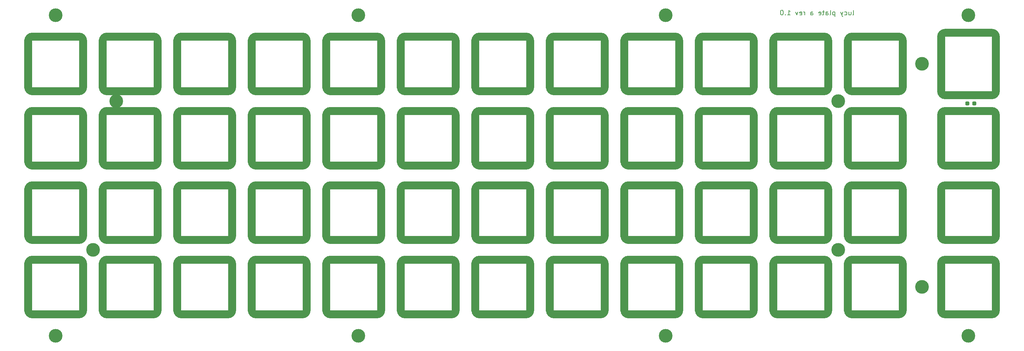
<source format=gbr>
G04 #@! TF.GenerationSoftware,KiCad,Pcbnew,(6.0.1-0)*
G04 #@! TF.CreationDate,2022-06-03T08:49:16-05:00*
G04 #@! TF.ProjectId,plate,706c6174-652e-46b6-9963-61645f706362,rev?*
G04 #@! TF.SameCoordinates,Original*
G04 #@! TF.FileFunction,Soldermask,Bot*
G04 #@! TF.FilePolarity,Negative*
%FSLAX46Y46*%
G04 Gerber Fmt 4.6, Leading zero omitted, Abs format (unit mm)*
G04 Created by KiCad (PCBNEW (6.0.1-0)) date 2022-06-03 08:49:16*
%MOMM*%
%LPD*%
G01*
G04 APERTURE LIST*
G04 Aperture macros list*
%AMRoundRect*
0 Rectangle with rounded corners*
0 $1 Rounding radius*
0 $2 $3 $4 $5 $6 $7 $8 $9 X,Y pos of 4 corners*
0 Add a 4 corners polygon primitive as box body*
4,1,4,$2,$3,$4,$5,$6,$7,$8,$9,$2,$3,0*
0 Add four circle primitives for the rounded corners*
1,1,$1+$1,$2,$3*
1,1,$1+$1,$4,$5*
1,1,$1+$1,$6,$7*
1,1,$1+$1,$8,$9*
0 Add four rect primitives between the rounded corners*
20,1,$1+$1,$2,$3,$4,$5,0*
20,1,$1+$1,$4,$5,$6,$7,0*
20,1,$1+$1,$6,$7,$8,$9,0*
20,1,$1+$1,$8,$9,$2,$3,0*%
G04 Aperture macros list end*
%ADD10C,0.200000*%
%ADD11C,2.000000*%
%ADD12C,3.500000*%
%ADD13RoundRect,0.237500X-0.287500X-0.237500X0.287500X-0.237500X0.287500X0.237500X-0.287500X0.237500X0*%
G04 APERTURE END LIST*
D10*
X359776261Y-37474882D02*
X359895309Y-37415358D01*
X359954833Y-37296310D01*
X359954833Y-36224882D01*
X358764357Y-36641548D02*
X358764357Y-37474882D01*
X359300071Y-36641548D02*
X359300071Y-37296310D01*
X359240547Y-37415358D01*
X359121499Y-37474882D01*
X358942928Y-37474882D01*
X358823880Y-37415358D01*
X358764357Y-37355834D01*
X357633404Y-37415358D02*
X357752452Y-37474882D01*
X357990547Y-37474882D01*
X358109595Y-37415358D01*
X358169118Y-37355834D01*
X358228642Y-37236786D01*
X358228642Y-36879644D01*
X358169118Y-36760596D01*
X358109595Y-36701072D01*
X357990547Y-36641548D01*
X357752452Y-36641548D01*
X357633404Y-36701072D01*
X357216737Y-36641548D02*
X356919118Y-37474882D01*
X356621499Y-36641548D02*
X356919118Y-37474882D01*
X357038166Y-37772501D01*
X357097690Y-37832025D01*
X357216737Y-37891548D01*
X355192928Y-36641548D02*
X355192928Y-37891548D01*
X355192928Y-36701072D02*
X355073880Y-36641548D01*
X354835785Y-36641548D01*
X354716737Y-36701072D01*
X354657214Y-36760596D01*
X354597690Y-36879644D01*
X354597690Y-37236786D01*
X354657214Y-37355834D01*
X354716737Y-37415358D01*
X354835785Y-37474882D01*
X355073880Y-37474882D01*
X355192928Y-37415358D01*
X353883404Y-37474882D02*
X354002452Y-37415358D01*
X354061976Y-37296310D01*
X354061976Y-36224882D01*
X352871499Y-37474882D02*
X352871499Y-36820120D01*
X352931023Y-36701072D01*
X353050071Y-36641548D01*
X353288166Y-36641548D01*
X353407214Y-36701072D01*
X352871499Y-37415358D02*
X352990547Y-37474882D01*
X353288166Y-37474882D01*
X353407214Y-37415358D01*
X353466737Y-37296310D01*
X353466737Y-37177263D01*
X353407214Y-37058215D01*
X353288166Y-36998691D01*
X352990547Y-36998691D01*
X352871499Y-36939167D01*
X352454833Y-36641548D02*
X351978642Y-36641548D01*
X352276261Y-36224882D02*
X352276261Y-37296310D01*
X352216737Y-37415358D01*
X352097690Y-37474882D01*
X351978642Y-37474882D01*
X351085785Y-37415358D02*
X351204833Y-37474882D01*
X351442928Y-37474882D01*
X351561976Y-37415358D01*
X351621499Y-37296310D01*
X351621499Y-36820120D01*
X351561976Y-36701072D01*
X351442928Y-36641548D01*
X351204833Y-36641548D01*
X351085785Y-36701072D01*
X351026261Y-36820120D01*
X351026261Y-36939167D01*
X351621499Y-37058215D01*
X349002452Y-37474882D02*
X349002452Y-36820120D01*
X349061976Y-36701072D01*
X349181023Y-36641548D01*
X349419118Y-36641548D01*
X349538166Y-36701072D01*
X349002452Y-37415358D02*
X349121499Y-37474882D01*
X349419118Y-37474882D01*
X349538166Y-37415358D01*
X349597690Y-37296310D01*
X349597690Y-37177263D01*
X349538166Y-37058215D01*
X349419118Y-36998691D01*
X349121499Y-36998691D01*
X349002452Y-36939167D01*
X347454833Y-37474882D02*
X347454833Y-36641548D01*
X347454833Y-36879644D02*
X347395309Y-36760596D01*
X347335785Y-36701072D01*
X347216737Y-36641548D01*
X347097690Y-36641548D01*
X346204833Y-37415358D02*
X346323880Y-37474882D01*
X346561976Y-37474882D01*
X346681023Y-37415358D01*
X346740547Y-37296310D01*
X346740547Y-36820120D01*
X346681023Y-36701072D01*
X346561976Y-36641548D01*
X346323880Y-36641548D01*
X346204833Y-36701072D01*
X346145309Y-36820120D01*
X346145309Y-36939167D01*
X346740547Y-37058215D01*
X345728642Y-36641548D02*
X345431023Y-37474882D01*
X345133404Y-36641548D01*
X343050071Y-37474882D02*
X343764357Y-37474882D01*
X343407214Y-37474882D02*
X343407214Y-36224882D01*
X343526261Y-36403453D01*
X343645309Y-36522501D01*
X343764357Y-36582025D01*
X342514357Y-37355834D02*
X342454833Y-37415358D01*
X342514357Y-37474882D01*
X342573880Y-37415358D01*
X342514357Y-37355834D01*
X342514357Y-37474882D01*
X341681023Y-36224882D02*
X341561976Y-36224882D01*
X341442928Y-36284406D01*
X341383404Y-36343929D01*
X341323880Y-36462977D01*
X341264357Y-36701072D01*
X341264357Y-36998691D01*
X341323880Y-37236786D01*
X341383404Y-37355834D01*
X341442928Y-37415358D01*
X341561976Y-37474882D01*
X341681023Y-37474882D01*
X341800071Y-37415358D01*
X341859595Y-37355834D01*
X341919118Y-37236786D01*
X341978642Y-36998691D01*
X341978642Y-36701072D01*
X341919118Y-36462977D01*
X341859595Y-36343929D01*
X341800071Y-36284406D01*
X341681023Y-36224882D01*
D11*
X161972530Y-43006460D02*
X149972530Y-43006460D01*
X162972530Y-56006460D02*
X162972530Y-44006460D01*
X161972530Y-57006460D02*
X149972530Y-57006460D01*
X148972530Y-56006460D02*
X148972530Y-44006460D01*
X148972530Y-56006460D02*
G75*
G03*
X149972530Y-57006460I999999J-1D01*
G01*
X161972530Y-57006460D02*
G75*
G03*
X162972530Y-56006460I1J999999D01*
G01*
X162972530Y-44006460D02*
G75*
G03*
X161972530Y-43006460I-999999J1D01*
G01*
X149972530Y-43006460D02*
G75*
G03*
X148972530Y-44006460I-1J-999999D01*
G01*
X182022610Y-56006460D02*
X182022610Y-44006460D01*
X168022610Y-56006460D02*
X168022610Y-44006460D01*
X181022610Y-57006460D02*
X169022610Y-57006460D01*
X181022610Y-43006460D02*
X169022610Y-43006460D01*
X169022610Y-43006460D02*
G75*
G03*
X168022610Y-44006460I-1J-999999D01*
G01*
X168022610Y-56006460D02*
G75*
G03*
X169022610Y-57006460I999999J-1D01*
G01*
X181022610Y-57006460D02*
G75*
G03*
X182022610Y-56006460I1J999999D01*
G01*
X182022610Y-44006460D02*
G75*
G03*
X181022610Y-43006460I-999999J1D01*
G01*
X200072690Y-43006460D02*
X188072690Y-43006460D01*
X200072690Y-57006460D02*
X188072690Y-57006460D01*
X201072690Y-56006460D02*
X201072690Y-44006460D01*
X187072690Y-56006460D02*
X187072690Y-44006460D01*
X187072690Y-56006460D02*
G75*
G03*
X188072690Y-57006460I999999J-1D01*
G01*
X200072690Y-57006460D02*
G75*
G03*
X201072690Y-56006460I1J999999D01*
G01*
X188072690Y-43006460D02*
G75*
G03*
X187072690Y-44006460I-1J-999999D01*
G01*
X201072690Y-44006460D02*
G75*
G03*
X200072690Y-43006460I-999999J1D01*
G01*
X206122770Y-56006460D02*
X206122770Y-44006460D01*
X220122770Y-56006460D02*
X220122770Y-44006460D01*
X219122770Y-43006460D02*
X207122770Y-43006460D01*
X219122770Y-57006460D02*
X207122770Y-57006460D01*
X220122770Y-44006460D02*
G75*
G03*
X219122770Y-43006460I-999999J1D01*
G01*
X219122770Y-57006460D02*
G75*
G03*
X220122770Y-56006460I1J999999D01*
G01*
X206122770Y-56006460D02*
G75*
G03*
X207122770Y-57006460I999999J-1D01*
G01*
X207122770Y-43006460D02*
G75*
G03*
X206122770Y-44006460I-1J-999999D01*
G01*
X225172850Y-56006460D02*
X225172850Y-44006460D01*
X239172850Y-56006460D02*
X239172850Y-44006460D01*
X238172850Y-57006460D02*
X226172850Y-57006460D01*
X238172850Y-43006460D02*
X226172850Y-43006460D01*
X238172850Y-57006460D02*
G75*
G03*
X239172850Y-56006460I1J999999D01*
G01*
X225172850Y-56006460D02*
G75*
G03*
X226172850Y-57006460I999999J-1D01*
G01*
X239172850Y-44006460D02*
G75*
G03*
X238172850Y-43006460I-999999J1D01*
G01*
X226172850Y-43006460D02*
G75*
G03*
X225172850Y-44006460I-1J-999999D01*
G01*
X334423250Y-56006460D02*
X334423250Y-44006460D01*
X333423250Y-57006460D02*
X321423250Y-57006460D01*
X320423250Y-56006460D02*
X320423250Y-44006460D01*
X333423250Y-43006460D02*
X321423250Y-43006460D01*
X334423250Y-44006460D02*
G75*
G03*
X333423250Y-43006460I-999999J1D01*
G01*
X320423250Y-56006460D02*
G75*
G03*
X321423250Y-57006460I999999J-1D01*
G01*
X333423250Y-57006460D02*
G75*
G03*
X334423250Y-56006460I1J999999D01*
G01*
X321423250Y-43006460D02*
G75*
G03*
X320423250Y-44006460I-1J-999999D01*
G01*
X353473330Y-56006460D02*
X353473330Y-44006460D01*
X352473330Y-43006460D02*
X340473330Y-43006460D01*
X339473330Y-56006460D02*
X339473330Y-44006460D01*
X352473330Y-57006460D02*
X340473330Y-57006460D01*
X353473330Y-44006460D02*
G75*
G03*
X352473330Y-43006460I-999999J1D01*
G01*
X352473330Y-57006460D02*
G75*
G03*
X353473330Y-56006460I1J999999D01*
G01*
X340473330Y-43006460D02*
G75*
G03*
X339473330Y-44006460I-1J-999999D01*
G01*
X339473330Y-56006460D02*
G75*
G03*
X340473330Y-57006460I999999J-1D01*
G01*
X161972530Y-76056540D02*
X149972530Y-76056540D01*
X148972530Y-75056540D02*
X148972530Y-63056540D01*
X161972530Y-62056540D02*
X149972530Y-62056540D01*
X162972530Y-75056540D02*
X162972530Y-63056540D01*
X161972530Y-76056540D02*
G75*
G03*
X162972530Y-75056540I1J999999D01*
G01*
X149972530Y-62056540D02*
G75*
G03*
X148972530Y-63056540I-1J-999999D01*
G01*
X162972530Y-63056540D02*
G75*
G03*
X161972530Y-62056540I-999999J1D01*
G01*
X148972530Y-75056540D02*
G75*
G03*
X149972530Y-76056540I999999J-1D01*
G01*
X201072690Y-75056540D02*
X201072690Y-63056540D01*
X200072690Y-62056540D02*
X188072690Y-62056540D01*
X200072690Y-76056540D02*
X188072690Y-76056540D01*
X187072690Y-75056540D02*
X187072690Y-63056540D01*
X187072690Y-75056540D02*
G75*
G03*
X188072690Y-76056540I999999J-1D01*
G01*
X200072690Y-76056540D02*
G75*
G03*
X201072690Y-75056540I1J999999D01*
G01*
X201072690Y-63056540D02*
G75*
G03*
X200072690Y-62056540I-999999J1D01*
G01*
X188072690Y-62056540D02*
G75*
G03*
X187072690Y-63056540I-1J-999999D01*
G01*
X239172850Y-75056540D02*
X239172850Y-63056540D01*
X225172850Y-75056540D02*
X225172850Y-63056540D01*
X238172850Y-76056540D02*
X226172850Y-76056540D01*
X238172850Y-62056540D02*
X226172850Y-62056540D01*
X225172850Y-75056540D02*
G75*
G03*
X226172850Y-76056540I999999J-1D01*
G01*
X238172850Y-76056540D02*
G75*
G03*
X239172850Y-75056540I1J999999D01*
G01*
X239172850Y-63056540D02*
G75*
G03*
X238172850Y-62056540I-999999J1D01*
G01*
X226172850Y-62056540D02*
G75*
G03*
X225172850Y-63056540I-1J-999999D01*
G01*
X257222930Y-62056540D02*
X245222930Y-62056540D01*
X258222930Y-75056540D02*
X258222930Y-63056540D01*
X257222930Y-76056540D02*
X245222930Y-76056540D01*
X244222930Y-75056540D02*
X244222930Y-63056540D01*
X257222930Y-76056540D02*
G75*
G03*
X258222930Y-75056540I1J999999D01*
G01*
X244222930Y-75056540D02*
G75*
G03*
X245222930Y-76056540I999999J-1D01*
G01*
X258222930Y-63056540D02*
G75*
G03*
X257222930Y-62056540I-999999J1D01*
G01*
X245222930Y-62056540D02*
G75*
G03*
X244222930Y-63056540I-1J-999999D01*
G01*
X276273010Y-76056540D02*
X264273010Y-76056540D01*
X277273010Y-75056540D02*
X277273010Y-63056540D01*
X276273010Y-62056540D02*
X264273010Y-62056540D01*
X263273010Y-75056540D02*
X263273010Y-63056540D01*
X264273010Y-62056540D02*
G75*
G03*
X263273010Y-63056540I-1J-999999D01*
G01*
X277273010Y-63056540D02*
G75*
G03*
X276273010Y-62056540I-999999J1D01*
G01*
X263273010Y-75056540D02*
G75*
G03*
X264273010Y-76056540I999999J-1D01*
G01*
X276273010Y-76056540D02*
G75*
G03*
X277273010Y-75056540I1J999999D01*
G01*
X295323090Y-76056540D02*
X283323090Y-76056540D01*
X282323090Y-75056540D02*
X282323090Y-63056540D01*
X295323090Y-62056540D02*
X283323090Y-62056540D01*
X296323090Y-75056540D02*
X296323090Y-63056540D01*
X295323090Y-76056540D02*
G75*
G03*
X296323090Y-75056540I1J999999D01*
G01*
X282323090Y-75056540D02*
G75*
G03*
X283323090Y-76056540I999999J-1D01*
G01*
X296323090Y-63056540D02*
G75*
G03*
X295323090Y-62056540I-999999J1D01*
G01*
X283323090Y-62056540D02*
G75*
G03*
X282323090Y-63056540I-1J-999999D01*
G01*
X301373170Y-75056540D02*
X301373170Y-63056540D01*
X314373170Y-62056540D02*
X302373170Y-62056540D01*
X315373170Y-75056540D02*
X315373170Y-63056540D01*
X314373170Y-76056540D02*
X302373170Y-76056540D01*
X301373170Y-75056540D02*
G75*
G03*
X302373170Y-76056540I999999J-1D01*
G01*
X302373170Y-62056540D02*
G75*
G03*
X301373170Y-63056540I-1J-999999D01*
G01*
X315373170Y-63056540D02*
G75*
G03*
X314373170Y-62056540I-999999J1D01*
G01*
X314373170Y-76056540D02*
G75*
G03*
X315373170Y-75056540I1J999999D01*
G01*
X333423250Y-76056540D02*
X321423250Y-76056540D01*
X333423250Y-62056540D02*
X321423250Y-62056540D01*
X334423250Y-75056540D02*
X334423250Y-63056540D01*
X320423250Y-75056540D02*
X320423250Y-63056540D01*
X333423250Y-76056540D02*
G75*
G03*
X334423250Y-75056540I1J999999D01*
G01*
X321423250Y-62056540D02*
G75*
G03*
X320423250Y-63056540I-1J-999999D01*
G01*
X334423250Y-63056540D02*
G75*
G03*
X333423250Y-62056540I-999999J1D01*
G01*
X320423250Y-75056540D02*
G75*
G03*
X321423250Y-76056540I999999J-1D01*
G01*
X339473330Y-75056540D02*
X339473330Y-63056540D01*
X352473330Y-76056540D02*
X340473330Y-76056540D01*
X352473330Y-62056540D02*
X340473330Y-62056540D01*
X353473330Y-75056540D02*
X353473330Y-63056540D01*
X339473330Y-75056540D02*
G75*
G03*
X340473330Y-76056540I999999J-1D01*
G01*
X352473330Y-76056540D02*
G75*
G03*
X353473330Y-75056540I1J999999D01*
G01*
X340473330Y-62056540D02*
G75*
G03*
X339473330Y-63056540I-1J-999999D01*
G01*
X353473330Y-63056540D02*
G75*
G03*
X352473330Y-62056540I-999999J1D01*
G01*
X372523410Y-75056540D02*
X372523410Y-63056540D01*
X358523410Y-75056540D02*
X358523410Y-63056540D01*
X371523410Y-76056540D02*
X359523410Y-76056540D01*
X371523410Y-62056540D02*
X359523410Y-62056540D01*
X372523410Y-63056540D02*
G75*
G03*
X371523410Y-62056540I-999999J1D01*
G01*
X371523410Y-76056540D02*
G75*
G03*
X372523410Y-75056540I1J999999D01*
G01*
X358523410Y-75056540D02*
G75*
G03*
X359523410Y-76056540I999999J-1D01*
G01*
X359523410Y-62056540D02*
G75*
G03*
X358523410Y-63056540I-1J-999999D01*
G01*
X161972530Y-81106620D02*
X149972530Y-81106620D01*
X148972530Y-94106620D02*
X148972530Y-82106620D01*
X162972530Y-94106620D02*
X162972530Y-82106620D01*
X161972530Y-95106620D02*
X149972530Y-95106620D01*
X148972530Y-94106620D02*
G75*
G03*
X149972530Y-95106620I999999J-1D01*
G01*
X149972530Y-81106620D02*
G75*
G03*
X148972530Y-82106620I-1J-999999D01*
G01*
X162972530Y-82106620D02*
G75*
G03*
X161972530Y-81106620I-999999J1D01*
G01*
X161972530Y-95106620D02*
G75*
G03*
X162972530Y-94106620I1J999999D01*
G01*
X181022610Y-95106620D02*
X169022610Y-95106620D01*
X168022610Y-94106620D02*
X168022610Y-82106620D01*
X182022610Y-94106620D02*
X182022610Y-82106620D01*
X181022610Y-81106620D02*
X169022610Y-81106620D01*
X169022610Y-81106620D02*
G75*
G03*
X168022610Y-82106620I-1J-999999D01*
G01*
X181022610Y-95106620D02*
G75*
G03*
X182022610Y-94106620I1J999999D01*
G01*
X168022610Y-94106620D02*
G75*
G03*
X169022610Y-95106620I999999J-1D01*
G01*
X182022610Y-82106620D02*
G75*
G03*
X181022610Y-81106620I-999999J1D01*
G01*
X201072690Y-94106620D02*
X201072690Y-82106620D01*
X200072690Y-95106620D02*
X188072690Y-95106620D01*
X187072690Y-94106620D02*
X187072690Y-82106620D01*
X200072690Y-81106620D02*
X188072690Y-81106620D01*
X201072690Y-82106620D02*
G75*
G03*
X200072690Y-81106620I-999999J1D01*
G01*
X187072690Y-94106620D02*
G75*
G03*
X188072690Y-95106620I999999J-1D01*
G01*
X188072690Y-81106620D02*
G75*
G03*
X187072690Y-82106620I-1J-999999D01*
G01*
X200072690Y-95106620D02*
G75*
G03*
X201072690Y-94106620I1J999999D01*
G01*
X206122770Y-94106620D02*
X206122770Y-82106620D01*
X220122770Y-94106620D02*
X220122770Y-82106620D01*
X219122770Y-81106620D02*
X207122770Y-81106620D01*
X219122770Y-95106620D02*
X207122770Y-95106620D01*
X219122770Y-95106620D02*
G75*
G03*
X220122770Y-94106620I1J999999D01*
G01*
X206122770Y-94106620D02*
G75*
G03*
X207122770Y-95106620I999999J-1D01*
G01*
X207122770Y-81106620D02*
G75*
G03*
X206122770Y-82106620I-1J-999999D01*
G01*
X220122770Y-82106620D02*
G75*
G03*
X219122770Y-81106620I-999999J1D01*
G01*
X238172850Y-81106620D02*
X226172850Y-81106620D01*
X225172850Y-94106620D02*
X225172850Y-82106620D01*
X239172850Y-94106620D02*
X239172850Y-82106620D01*
X238172850Y-95106620D02*
X226172850Y-95106620D01*
X239172850Y-82106620D02*
G75*
G03*
X238172850Y-81106620I-999999J1D01*
G01*
X226172850Y-81106620D02*
G75*
G03*
X225172850Y-82106620I-1J-999999D01*
G01*
X225172850Y-94106620D02*
G75*
G03*
X226172850Y-95106620I999999J-1D01*
G01*
X238172850Y-95106620D02*
G75*
G03*
X239172850Y-94106620I1J999999D01*
G01*
X244222930Y-94106620D02*
X244222930Y-82106620D01*
X257222930Y-95106620D02*
X245222930Y-95106620D01*
X258222930Y-94106620D02*
X258222930Y-82106620D01*
X257222930Y-81106620D02*
X245222930Y-81106620D01*
X245222930Y-81106620D02*
G75*
G03*
X244222930Y-82106620I-1J-999999D01*
G01*
X244222930Y-94106620D02*
G75*
G03*
X245222930Y-95106620I999999J-1D01*
G01*
X257222930Y-95106620D02*
G75*
G03*
X258222930Y-94106620I1J999999D01*
G01*
X258222930Y-82106620D02*
G75*
G03*
X257222930Y-81106620I-999999J1D01*
G01*
X276273010Y-81106620D02*
X264273010Y-81106620D01*
X276273010Y-95106620D02*
X264273010Y-95106620D01*
X263273010Y-94106620D02*
X263273010Y-82106620D01*
X277273010Y-94106620D02*
X277273010Y-82106620D01*
X264273010Y-81106620D02*
G75*
G03*
X263273010Y-82106620I-1J-999999D01*
G01*
X276273010Y-95106620D02*
G75*
G03*
X277273010Y-94106620I1J999999D01*
G01*
X277273010Y-82106620D02*
G75*
G03*
X276273010Y-81106620I-999999J1D01*
G01*
X263273010Y-94106620D02*
G75*
G03*
X264273010Y-95106620I999999J-1D01*
G01*
X295323090Y-81106620D02*
X283323090Y-81106620D01*
X282323090Y-94106620D02*
X282323090Y-82106620D01*
X295323090Y-95106620D02*
X283323090Y-95106620D01*
X296323090Y-94106620D02*
X296323090Y-82106620D01*
X282323090Y-94106620D02*
G75*
G03*
X283323090Y-95106620I999999J-1D01*
G01*
X283323090Y-81106620D02*
G75*
G03*
X282323090Y-82106620I-1J-999999D01*
G01*
X296323090Y-82106620D02*
G75*
G03*
X295323090Y-81106620I-999999J1D01*
G01*
X295323090Y-95106620D02*
G75*
G03*
X296323090Y-94106620I1J999999D01*
G01*
X314373170Y-95106620D02*
X302373170Y-95106620D01*
X301373170Y-94106620D02*
X301373170Y-82106620D01*
X314373170Y-81106620D02*
X302373170Y-81106620D01*
X315373170Y-94106620D02*
X315373170Y-82106620D01*
X315373170Y-82106620D02*
G75*
G03*
X314373170Y-81106620I-999999J1D01*
G01*
X314373170Y-95106620D02*
G75*
G03*
X315373170Y-94106620I1J999999D01*
G01*
X301373170Y-94106620D02*
G75*
G03*
X302373170Y-95106620I999999J-1D01*
G01*
X302373170Y-81106620D02*
G75*
G03*
X301373170Y-82106620I-1J-999999D01*
G01*
X333423250Y-95106620D02*
X321423250Y-95106620D01*
X333423250Y-81106620D02*
X321423250Y-81106620D01*
X320423250Y-94106620D02*
X320423250Y-82106620D01*
X334423250Y-94106620D02*
X334423250Y-82106620D01*
X333423250Y-95106620D02*
G75*
G03*
X334423250Y-94106620I1J999999D01*
G01*
X320423250Y-94106620D02*
G75*
G03*
X321423250Y-95106620I999999J-1D01*
G01*
X334423250Y-82106620D02*
G75*
G03*
X333423250Y-81106620I-999999J1D01*
G01*
X321423250Y-81106620D02*
G75*
G03*
X320423250Y-82106620I-1J-999999D01*
G01*
X353473330Y-94106620D02*
X353473330Y-82106620D01*
X339473330Y-94106620D02*
X339473330Y-82106620D01*
X352473330Y-95106620D02*
X340473330Y-95106620D01*
X352473330Y-81106620D02*
X340473330Y-81106620D01*
X340473330Y-81106620D02*
G75*
G03*
X339473330Y-82106620I-1J-999999D01*
G01*
X353473330Y-82106620D02*
G75*
G03*
X352473330Y-81106620I-999999J1D01*
G01*
X352473330Y-95106620D02*
G75*
G03*
X353473330Y-94106620I1J999999D01*
G01*
X339473330Y-94106620D02*
G75*
G03*
X340473330Y-95106620I999999J-1D01*
G01*
X358523410Y-94106620D02*
X358523410Y-82106620D01*
X372523410Y-94106620D02*
X372523410Y-82106620D01*
X371523410Y-81106620D02*
X359523410Y-81106620D01*
X371523410Y-95106620D02*
X359523410Y-95106620D01*
X371523410Y-95106620D02*
G75*
G03*
X372523410Y-94106620I1J999999D01*
G01*
X372523410Y-82106620D02*
G75*
G03*
X371523410Y-81106620I-999999J1D01*
G01*
X358523410Y-94106620D02*
G75*
G03*
X359523410Y-95106620I999999J-1D01*
G01*
X359523410Y-81106620D02*
G75*
G03*
X358523410Y-82106620I-1J-999999D01*
G01*
X181022610Y-100156700D02*
X169022610Y-100156700D01*
X168022610Y-113156700D02*
X168022610Y-101156700D01*
X182022610Y-113156700D02*
X182022610Y-101156700D01*
X181022610Y-114156700D02*
X169022610Y-114156700D01*
X169022610Y-100156700D02*
G75*
G03*
X168022610Y-101156700I-1J-999999D01*
G01*
X168022610Y-113156700D02*
G75*
G03*
X169022610Y-114156700I999999J-1D01*
G01*
X181022610Y-114156700D02*
G75*
G03*
X182022610Y-113156700I1J999999D01*
G01*
X182022610Y-101156700D02*
G75*
G03*
X181022610Y-100156700I-999999J1D01*
G01*
X200072690Y-100156700D02*
X188072690Y-100156700D01*
X200072690Y-114156700D02*
X188072690Y-114156700D01*
X201072690Y-113156700D02*
X201072690Y-101156700D01*
X187072690Y-113156700D02*
X187072690Y-101156700D01*
X200072690Y-114156700D02*
G75*
G03*
X201072690Y-113156700I1J999999D01*
G01*
X201072690Y-101156700D02*
G75*
G03*
X200072690Y-100156700I-999999J1D01*
G01*
X188072690Y-100156700D02*
G75*
G03*
X187072690Y-101156700I-1J-999999D01*
G01*
X187072690Y-113156700D02*
G75*
G03*
X188072690Y-114156700I999999J-1D01*
G01*
X206122770Y-113156700D02*
X206122770Y-101156700D01*
X220122770Y-113156700D02*
X220122770Y-101156700D01*
X219122770Y-114156700D02*
X207122770Y-114156700D01*
X219122770Y-100156700D02*
X207122770Y-100156700D01*
X219122770Y-114156700D02*
G75*
G03*
X220122770Y-113156700I1J999999D01*
G01*
X206122770Y-113156700D02*
G75*
G03*
X207122770Y-114156700I999999J-1D01*
G01*
X207122770Y-100156700D02*
G75*
G03*
X206122770Y-101156700I-1J-999999D01*
G01*
X220122770Y-101156700D02*
G75*
G03*
X219122770Y-100156700I-999999J1D01*
G01*
X238172850Y-100156700D02*
X226172850Y-100156700D01*
X225172850Y-113156700D02*
X225172850Y-101156700D01*
X238172850Y-114156700D02*
X226172850Y-114156700D01*
X239172850Y-113156700D02*
X239172850Y-101156700D01*
X225172850Y-113156700D02*
G75*
G03*
X226172850Y-114156700I999999J-1D01*
G01*
X239172850Y-101156700D02*
G75*
G03*
X238172850Y-100156700I-999999J1D01*
G01*
X226172850Y-100156700D02*
G75*
G03*
X225172850Y-101156700I-1J-999999D01*
G01*
X238172850Y-114156700D02*
G75*
G03*
X239172850Y-113156700I1J999999D01*
G01*
X244222930Y-113156700D02*
X244222930Y-101156700D01*
X257222930Y-100156700D02*
X245222930Y-100156700D01*
X258222930Y-113156700D02*
X258222930Y-101156700D01*
X257222930Y-114156700D02*
X245222930Y-114156700D01*
X245222930Y-100156700D02*
G75*
G03*
X244222930Y-101156700I-1J-999999D01*
G01*
X258222930Y-101156700D02*
G75*
G03*
X257222930Y-100156700I-999999J1D01*
G01*
X244222930Y-113156700D02*
G75*
G03*
X245222930Y-114156700I999999J-1D01*
G01*
X257222930Y-114156700D02*
G75*
G03*
X258222930Y-113156700I1J999999D01*
G01*
X276273010Y-114156700D02*
X264273010Y-114156700D01*
X276273010Y-100156700D02*
X264273010Y-100156700D01*
X263273010Y-113156700D02*
X263273010Y-101156700D01*
X277273010Y-113156700D02*
X277273010Y-101156700D01*
X263273010Y-113156700D02*
G75*
G03*
X264273010Y-114156700I999999J-1D01*
G01*
X276273010Y-114156700D02*
G75*
G03*
X277273010Y-113156700I1J999999D01*
G01*
X264273010Y-100156700D02*
G75*
G03*
X263273010Y-101156700I-1J-999999D01*
G01*
X277273010Y-101156700D02*
G75*
G03*
X276273010Y-100156700I-999999J1D01*
G01*
X295323090Y-114156700D02*
X283323090Y-114156700D01*
X296323090Y-113156700D02*
X296323090Y-101156700D01*
X295323090Y-100156700D02*
X283323090Y-100156700D01*
X282323090Y-113156700D02*
X282323090Y-101156700D01*
X282323090Y-113156700D02*
G75*
G03*
X283323090Y-114156700I999999J-1D01*
G01*
X295323090Y-114156700D02*
G75*
G03*
X296323090Y-113156700I1J999999D01*
G01*
X296323090Y-101156700D02*
G75*
G03*
X295323090Y-100156700I-999999J1D01*
G01*
X283323090Y-100156700D02*
G75*
G03*
X282323090Y-101156700I-1J-999999D01*
G01*
X314373170Y-100156700D02*
X302373170Y-100156700D01*
X315373170Y-113156700D02*
X315373170Y-101156700D01*
X314373170Y-114156700D02*
X302373170Y-114156700D01*
X301373170Y-113156700D02*
X301373170Y-101156700D01*
X315373170Y-101156700D02*
G75*
G03*
X314373170Y-100156700I-999999J1D01*
G01*
X314373170Y-114156700D02*
G75*
G03*
X315373170Y-113156700I1J999999D01*
G01*
X301373170Y-113156700D02*
G75*
G03*
X302373170Y-114156700I999999J-1D01*
G01*
X302373170Y-100156700D02*
G75*
G03*
X301373170Y-101156700I-1J-999999D01*
G01*
X334423250Y-113156700D02*
X334423250Y-101156700D01*
X333423250Y-100156700D02*
X321423250Y-100156700D01*
X320423250Y-113156700D02*
X320423250Y-101156700D01*
X333423250Y-114156700D02*
X321423250Y-114156700D01*
X333423250Y-114156700D02*
G75*
G03*
X334423250Y-113156700I1J999999D01*
G01*
X320423250Y-113156700D02*
G75*
G03*
X321423250Y-114156700I999999J-1D01*
G01*
X321423250Y-100156700D02*
G75*
G03*
X320423250Y-101156700I-1J-999999D01*
G01*
X334423250Y-101156700D02*
G75*
G03*
X333423250Y-100156700I-999999J1D01*
G01*
X352473330Y-114160000D02*
X340473330Y-114160000D01*
X339473330Y-113160000D02*
X339473330Y-101160000D01*
X353473330Y-113160000D02*
X353473330Y-101160000D01*
X352473330Y-100160000D02*
X340473330Y-100160000D01*
X340473330Y-100160000D02*
G75*
G03*
X339473330Y-101160000I-1J-999999D01*
G01*
X352473330Y-114160000D02*
G75*
G03*
X353473330Y-113160000I1J999999D01*
G01*
X339473330Y-113160000D02*
G75*
G03*
X340473330Y-114160000I999999J-1D01*
G01*
X353473330Y-101160000D02*
G75*
G03*
X352473330Y-100160000I-999999J1D01*
G01*
X371523410Y-100156700D02*
X359523410Y-100156700D01*
X372523410Y-113156700D02*
X372523410Y-101156700D01*
X358523410Y-113156700D02*
X358523410Y-101156700D01*
X371523410Y-114156700D02*
X359523410Y-114156700D01*
X358523410Y-113156700D02*
G75*
G03*
X359523410Y-114156700I999999J-1D01*
G01*
X359523410Y-100156700D02*
G75*
G03*
X358523410Y-101156700I-1J-999999D01*
G01*
X372523410Y-101156700D02*
G75*
G03*
X371523410Y-100156700I-999999J1D01*
G01*
X371523410Y-114156700D02*
G75*
G03*
X372523410Y-113156700I1J999999D01*
G01*
X162972530Y-113156700D02*
X162972530Y-101156700D01*
X148972530Y-113156700D02*
X148972530Y-101156700D01*
X161972530Y-114156700D02*
X149972530Y-114156700D01*
X161972530Y-100156700D02*
X149972530Y-100156700D01*
X162972530Y-101156700D02*
G75*
G03*
X161972530Y-100156700I-999999J1D01*
G01*
X149972530Y-100156700D02*
G75*
G03*
X148972530Y-101156700I-1J-999999D01*
G01*
X161972530Y-114156700D02*
G75*
G03*
X162972530Y-113156700I1J999999D01*
G01*
X148972530Y-113156700D02*
G75*
G03*
X149972530Y-114156700I999999J-1D01*
G01*
X168022610Y-75056540D02*
X168022610Y-63056540D01*
X182022610Y-75056540D02*
X182022610Y-63056540D01*
X181022610Y-76056540D02*
X169022610Y-76056540D01*
X181022610Y-62056540D02*
X169022610Y-62056540D01*
X181022610Y-76056540D02*
G75*
G03*
X182022610Y-75056540I1J999999D01*
G01*
X182022610Y-63056540D02*
G75*
G03*
X181022610Y-62056540I-999999J1D01*
G01*
X169022610Y-62056540D02*
G75*
G03*
X168022610Y-63056540I-1J-999999D01*
G01*
X168022610Y-75056540D02*
G75*
G03*
X169022610Y-76056540I999999J-1D01*
G01*
X396335890Y-94106428D02*
X396335890Y-82106428D01*
X382335890Y-94106428D02*
X382335890Y-82106428D01*
X395335890Y-81106428D02*
X383335890Y-81106428D01*
X395335890Y-95106428D02*
X383335890Y-95106428D01*
X396335890Y-82106428D02*
G75*
G03*
X395335890Y-81106428I-999999J1D01*
G01*
X383335890Y-81106428D02*
G75*
G03*
X382335890Y-82106428I-1J-999999D01*
G01*
X382335890Y-94106428D02*
G75*
G03*
X383335890Y-95106428I999999J-1D01*
G01*
X395335890Y-95106428D02*
G75*
G03*
X396335890Y-94106428I1J999999D01*
G01*
X395335890Y-76056444D02*
X383335890Y-76056444D01*
X382335890Y-75056444D02*
X382335890Y-63056444D01*
X395335890Y-62056444D02*
X383335890Y-62056444D01*
X396335890Y-75056444D02*
X396335890Y-63056444D01*
X382335890Y-75056444D02*
G75*
G03*
X383335890Y-76056444I999999J-1D01*
G01*
X395335890Y-76056444D02*
G75*
G03*
X396335890Y-75056444I1J999999D01*
G01*
X396335890Y-63056444D02*
G75*
G03*
X395335890Y-62056444I-999999J1D01*
G01*
X383335890Y-62056444D02*
G75*
G03*
X382335890Y-63056444I-1J-999999D01*
G01*
X383336010Y-58031460D02*
X395328903Y-58031460D01*
X396336010Y-57031460D02*
X396336010Y-43031460D01*
X383336010Y-42031460D02*
X395336010Y-42031460D01*
X382336010Y-57031460D02*
X382336010Y-43031460D01*
X382336010Y-57031460D02*
G75*
G03*
X383336010Y-58031460I999999J-1D01*
G01*
X383336010Y-42031460D02*
G75*
G03*
X382336010Y-43031460I-1J-999999D01*
G01*
X395328903Y-58031460D02*
G75*
G03*
X396328903Y-57031460I1J999999D01*
G01*
X396336010Y-43031460D02*
G75*
G03*
X395336010Y-42031460I-999999J1D01*
G01*
X371523410Y-57006460D02*
X359523410Y-57006460D01*
X372523410Y-56006460D02*
X372523410Y-44006460D01*
X371523410Y-43006460D02*
X359523410Y-43006460D01*
X358523410Y-56006460D02*
X358523410Y-44006460D01*
X371523410Y-57006460D02*
G75*
G03*
X372523410Y-56006460I1J999999D01*
G01*
X359523410Y-43006460D02*
G75*
G03*
X358523410Y-44006460I-1J-999999D01*
G01*
X372523410Y-44006460D02*
G75*
G03*
X371523410Y-43006460I-999999J1D01*
G01*
X358523410Y-56006460D02*
G75*
G03*
X359523410Y-57006460I999999J-1D01*
G01*
X396336010Y-113156700D02*
X396336010Y-101156700D01*
X395336010Y-114156700D02*
X383336010Y-114156700D01*
X382336010Y-113156700D02*
X382336010Y-101156700D01*
X395336010Y-100156700D02*
X383336010Y-100156700D01*
X396336010Y-101156700D02*
G75*
G03*
X395336010Y-100156700I-999999J1D01*
G01*
X383336010Y-100156700D02*
G75*
G03*
X382336010Y-101156700I-1J-999999D01*
G01*
X395336010Y-114156700D02*
G75*
G03*
X396336010Y-113156700I1J999999D01*
G01*
X382336010Y-113156700D02*
G75*
G03*
X383336010Y-114156700I999999J-1D01*
G01*
X206122770Y-75056540D02*
X206122770Y-63056540D01*
X220122770Y-75056540D02*
X220122770Y-63056540D01*
X219122770Y-76056540D02*
X207122770Y-76056540D01*
X219122770Y-62056540D02*
X207122770Y-62056540D01*
X219122770Y-76056540D02*
G75*
G03*
X220122770Y-75056540I1J999999D01*
G01*
X220122770Y-63056540D02*
G75*
G03*
X219122770Y-62056540I-999999J1D01*
G01*
X207122770Y-62056540D02*
G75*
G03*
X206122770Y-63056540I-1J-999999D01*
G01*
X206122770Y-75056540D02*
G75*
G03*
X207122770Y-76056540I999999J-1D01*
G01*
X257223314Y-57006460D02*
X245223314Y-57006460D01*
X244223314Y-56006460D02*
X244223314Y-44006460D01*
X257223314Y-43006460D02*
X245223314Y-43006460D01*
X258223314Y-56006460D02*
X258223314Y-44006460D01*
X257223314Y-57006460D02*
G75*
G03*
X258223314Y-56006460I1J999999D01*
G01*
X245223314Y-43006460D02*
G75*
G03*
X244223314Y-44006460I-1J-999999D01*
G01*
X258223314Y-44006460D02*
G75*
G03*
X257223314Y-43006460I-999999J1D01*
G01*
X244223314Y-56006460D02*
G75*
G03*
X245223314Y-57006460I999999J-1D01*
G01*
X263273330Y-56006460D02*
X263273330Y-44006460D01*
X276273330Y-57006460D02*
X264273330Y-57006460D01*
X277273330Y-56006460D02*
X277273330Y-44006460D01*
X276273330Y-43006460D02*
X264273330Y-43006460D01*
X264273330Y-43006460D02*
G75*
G03*
X263273330Y-44006460I-1J-999999D01*
G01*
X263273330Y-56006460D02*
G75*
G03*
X264273330Y-57006460I999999J-1D01*
G01*
X277273330Y-44006460D02*
G75*
G03*
X276273330Y-43006460I-999999J1D01*
G01*
X276273330Y-57006460D02*
G75*
G03*
X277273330Y-56006460I1J999999D01*
G01*
X295323346Y-43006460D02*
X283323346Y-43006460D01*
X295323346Y-57006460D02*
X283323346Y-57006460D01*
X296323346Y-56006460D02*
X296323346Y-44006460D01*
X282323346Y-56006460D02*
X282323346Y-44006460D01*
X283323346Y-43006460D02*
G75*
G03*
X282323346Y-44006460I-1J-999999D01*
G01*
X296323346Y-44006460D02*
G75*
G03*
X295323346Y-43006460I-999999J1D01*
G01*
X282323346Y-56006460D02*
G75*
G03*
X283323346Y-57006460I999999J-1D01*
G01*
X295323346Y-57006460D02*
G75*
G03*
X296323346Y-56006460I1J999999D01*
G01*
X301373362Y-56006460D02*
X301373362Y-44006460D01*
X315373362Y-56006460D02*
X315373362Y-44006460D01*
X314373362Y-43006460D02*
X302373362Y-43006460D01*
X314373362Y-57006460D02*
X302373362Y-57006460D01*
X302373362Y-43006460D02*
G75*
G03*
X301373362Y-44006460I-1J-999999D01*
G01*
X315373362Y-44006460D02*
G75*
G03*
X314373362Y-43006460I-999999J1D01*
G01*
X301373362Y-56006460D02*
G75*
G03*
X302373362Y-57006460I999999J-1D01*
G01*
X314373362Y-57006460D02*
G75*
G03*
X315373362Y-56006460I1J999999D01*
G01*
D12*
X377429670Y-50006460D03*
X355997174Y-97631332D03*
X233362696Y-37504719D03*
X233362696Y-119657913D03*
X155972006Y-37504719D03*
X389334702Y-37504719D03*
X377428442Y-107156340D03*
X165497014Y-97631332D03*
X355997174Y-59531300D03*
X171450144Y-59531300D03*
X155972006Y-119657913D03*
X311944012Y-119657913D03*
X311944012Y-37504719D03*
X389334702Y-119657913D03*
D13*
X389056243Y-60126781D03*
X390806243Y-60126781D03*
M02*

</source>
